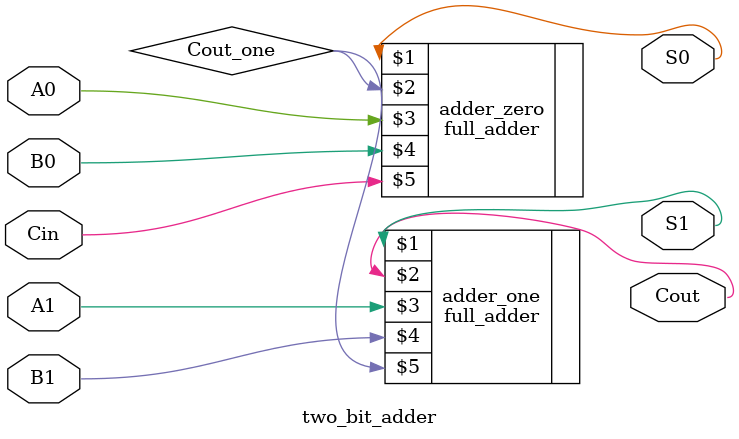
<source format=v>

module two_bit_adder(S0, S1, Cout, A0, A1, B0, B1, Cin);

input A0, A1, B0, B1, Cin;
output S0, S1, Cout;
wire Cout_one;

full_adder adder_zero(S0, Cout_one, A0, B0, Cin);
full_adder adder_one(S1, Cout, A1, B1, Cout_one);

endmodule
</source>
